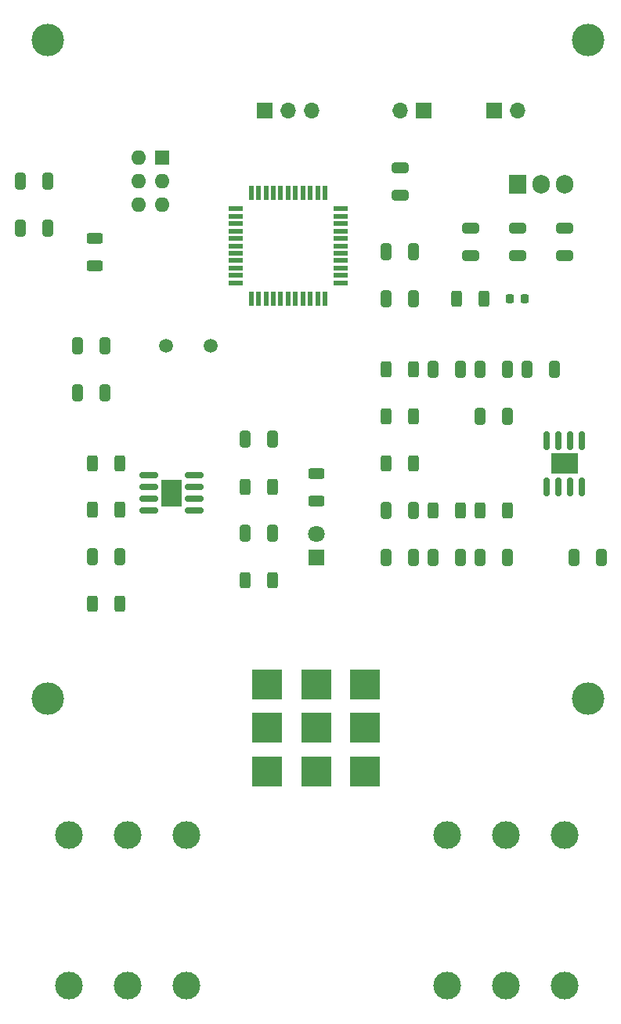
<source format=gbr>
%TF.GenerationSoftware,KiCad,Pcbnew,7.0.8*%
%TF.CreationDate,2023-11-14T18:13:18-08:00*%
%TF.ProjectId,guitar_pedal,67756974-6172-45f7-9065-64616c2e6b69,rev?*%
%TF.SameCoordinates,Original*%
%TF.FileFunction,Soldermask,Top*%
%TF.FilePolarity,Negative*%
%FSLAX46Y46*%
G04 Gerber Fmt 4.6, Leading zero omitted, Abs format (unit mm)*
G04 Created by KiCad (PCBNEW 7.0.8) date 2023-11-14 18:13:18*
%MOMM*%
%LPD*%
G01*
G04 APERTURE LIST*
G04 Aperture macros list*
%AMRoundRect*
0 Rectangle with rounded corners*
0 $1 Rounding radius*
0 $2 $3 $4 $5 $6 $7 $8 $9 X,Y pos of 4 corners*
0 Add a 4 corners polygon primitive as box body*
4,1,4,$2,$3,$4,$5,$6,$7,$8,$9,$2,$3,0*
0 Add four circle primitives for the rounded corners*
1,1,$1+$1,$2,$3*
1,1,$1+$1,$4,$5*
1,1,$1+$1,$6,$7*
1,1,$1+$1,$8,$9*
0 Add four rect primitives between the rounded corners*
20,1,$1+$1,$2,$3,$4,$5,0*
20,1,$1+$1,$4,$5,$6,$7,0*
20,1,$1+$1,$6,$7,$8,$9,0*
20,1,$1+$1,$8,$9,$2,$3,0*%
G04 Aperture macros list end*
%ADD10RoundRect,0.250000X0.312500X0.625000X-0.312500X0.625000X-0.312500X-0.625000X0.312500X-0.625000X0*%
%ADD11RoundRect,0.250000X0.325000X0.650000X-0.325000X0.650000X-0.325000X-0.650000X0.325000X-0.650000X0*%
%ADD12RoundRect,0.250000X-0.325000X-0.650000X0.325000X-0.650000X0.325000X0.650000X-0.325000X0.650000X0*%
%ADD13RoundRect,0.250000X-0.650000X0.325000X-0.650000X-0.325000X0.650000X-0.325000X0.650000X0.325000X0*%
%ADD14RoundRect,0.250000X-0.625000X0.312500X-0.625000X-0.312500X0.625000X-0.312500X0.625000X0.312500X0*%
%ADD15R,1.905000X2.000000*%
%ADD16O,1.905000X2.000000*%
%ADD17R,1.800000X1.800000*%
%ADD18C,1.800000*%
%ADD19C,3.000000*%
%ADD20RoundRect,0.250000X-0.312500X-0.625000X0.312500X-0.625000X0.312500X0.625000X-0.312500X0.625000X0*%
%ADD21C,1.500000*%
%ADD22RoundRect,0.218750X0.218750X0.256250X-0.218750X0.256250X-0.218750X-0.256250X0.218750X-0.256250X0*%
%ADD23O,1.600000X1.600000*%
%ADD24R,1.600000X1.600000*%
%ADD25RoundRect,0.250000X0.625000X-0.312500X0.625000X0.312500X-0.625000X0.312500X-0.625000X-0.312500X0*%
%ADD26RoundRect,0.250000X0.650000X-0.325000X0.650000X0.325000X-0.650000X0.325000X-0.650000X-0.325000X0*%
%ADD27R,1.700000X1.700000*%
%ADD28O,1.700000X1.700000*%
%ADD29C,3.500000*%
%ADD30RoundRect,0.150000X-0.825000X-0.150000X0.825000X-0.150000X0.825000X0.150000X-0.825000X0.150000X0*%
%ADD31R,2.290000X3.000000*%
%ADD32RoundRect,0.150000X0.150000X-0.825000X0.150000X0.825000X-0.150000X0.825000X-0.150000X-0.825000X0*%
%ADD33R,3.000000X2.290000*%
%ADD34R,3.302000X3.302000*%
%ADD35R,1.500000X0.550000*%
%ADD36R,0.550000X1.500000*%
G04 APERTURE END LIST*
D10*
%TO.C,R5*%
X137365000Y-93865000D03*
X134440000Y-93865000D03*
%TD*%
D11*
%TO.C,C5*%
X135775000Y-81240000D03*
X132825000Y-81240000D03*
%TD*%
D12*
%TO.C,C7*%
X134427500Y-98945000D03*
X137377500Y-98945000D03*
%TD*%
D13*
%TO.C,C3*%
X180340000Y-63500000D03*
X180340000Y-66450000D03*
%TD*%
D14*
%TO.C,R11*%
X158580000Y-89977500D03*
X158580000Y-92902500D03*
%TD*%
D10*
%TO.C,R3*%
X153862500Y-91440000D03*
X150937500Y-91440000D03*
%TD*%
D15*
%TO.C,U2*%
X180340000Y-58745000D03*
D16*
X182880000Y-58745000D03*
X185420000Y-58745000D03*
%TD*%
D17*
%TO.C,D2*%
X158580000Y-99060000D03*
D18*
X158580000Y-96520000D03*
%TD*%
D10*
%TO.C,R8*%
X169102500Y-78740000D03*
X166177500Y-78740000D03*
%TD*%
D19*
%TO.C,J2*%
X179070000Y-145275000D03*
X179070000Y-129045000D03*
X172720000Y-145275000D03*
X172720000Y-129045000D03*
X185420000Y-145275000D03*
X185420000Y-129045000D03*
%TD*%
D11*
%TO.C,C10*%
X169115000Y-93980000D03*
X166165000Y-93980000D03*
%TD*%
D13*
%TO.C,C1*%
X175260000Y-63500000D03*
X175260000Y-66450000D03*
%TD*%
D12*
%TO.C,C16*%
X126590000Y-63500000D03*
X129540000Y-63500000D03*
%TD*%
D10*
%TO.C,R7*%
X169102500Y-88900000D03*
X166177500Y-88900000D03*
%TD*%
D20*
%TO.C,R2*%
X150937500Y-101485000D03*
X153862500Y-101485000D03*
%TD*%
D21*
%TO.C,Y1*%
X142330000Y-76160000D03*
X147210000Y-76160000D03*
%TD*%
D22*
%TO.C,D1*%
X181127500Y-71120000D03*
X179552500Y-71120000D03*
%TD*%
D11*
%TO.C,C14*%
X174195000Y-78740000D03*
X171245000Y-78740000D03*
%TD*%
D23*
%TO.C,J3*%
X139380000Y-55880000D03*
D24*
X141920000Y-55880000D03*
D23*
X139380000Y-58420000D03*
X141920000Y-58420000D03*
X139380000Y-60960000D03*
X141920000Y-60960000D03*
%TD*%
D10*
%TO.C,R4*%
X137365000Y-104025000D03*
X134440000Y-104025000D03*
%TD*%
D25*
%TO.C,R12*%
X134620000Y-67502500D03*
X134620000Y-64577500D03*
%TD*%
D11*
%TO.C,C11*%
X179275000Y-99060000D03*
X176325000Y-99060000D03*
%TD*%
D26*
%TO.C,C15*%
X167640000Y-59895000D03*
X167640000Y-56945000D03*
%TD*%
D27*
%TO.C,RV1*%
X153020000Y-50800000D03*
D28*
X155560000Y-50800000D03*
X158100000Y-50800000D03*
%TD*%
D11*
%TO.C,C17*%
X129540000Y-58420000D03*
X126590000Y-58420000D03*
%TD*%
%TO.C,C13*%
X179275000Y-83820000D03*
X176325000Y-83820000D03*
%TD*%
D29*
%TO.C,REF\u002A\u002A*%
X187960000Y-114300000D03*
%TD*%
D30*
%TO.C,U3*%
X140477500Y-90170000D03*
X140477500Y-91440000D03*
X140477500Y-92710000D03*
X140477500Y-93980000D03*
X145427500Y-93980000D03*
X145427500Y-92710000D03*
X145427500Y-91440000D03*
X145427500Y-90170000D03*
D31*
X142952500Y-92075000D03*
%TD*%
D11*
%TO.C,C12*%
X189435000Y-99060000D03*
X186485000Y-99060000D03*
%TD*%
%TO.C,C8*%
X153875000Y-96405000D03*
X150925000Y-96405000D03*
%TD*%
D12*
%TO.C,C2*%
X166165000Y-66040000D03*
X169115000Y-66040000D03*
%TD*%
D32*
%TO.C,U4*%
X183515000Y-91375000D03*
X184785000Y-91375000D03*
X186055000Y-91375000D03*
X187325000Y-91375000D03*
X187325000Y-86425000D03*
X186055000Y-86425000D03*
X184785000Y-86425000D03*
X183515000Y-86425000D03*
D33*
X185420000Y-88900000D03*
%TD*%
D11*
%TO.C,C22*%
X169115000Y-99060000D03*
X166165000Y-99060000D03*
%TD*%
D27*
%TO.C,BT1*%
X170180000Y-50800000D03*
D28*
X167640000Y-50800000D03*
%TD*%
D12*
%TO.C,C9*%
X150925000Y-86245000D03*
X153875000Y-86245000D03*
%TD*%
D20*
%TO.C,R6*%
X134440000Y-88900000D03*
X137365000Y-88900000D03*
%TD*%
D34*
%TO.C,SW2*%
X153280000Y-112720000D03*
X158580000Y-112720000D03*
X163880000Y-112720000D03*
X153280000Y-117420000D03*
X158580000Y-117420000D03*
X163880000Y-117420000D03*
X153280000Y-122120000D03*
X158580000Y-122120000D03*
X163880000Y-122120000D03*
%TD*%
D11*
%TO.C,C6*%
X135775000Y-76160000D03*
X132825000Y-76160000D03*
%TD*%
D29*
%TO.C,REF\u002A\u002A*%
X187960000Y-43180000D03*
%TD*%
%TO.C,REF\u002A\u002A*%
X129540000Y-43180000D03*
%TD*%
D10*
%TO.C,R10*%
X179262500Y-93980000D03*
X176337500Y-93980000D03*
%TD*%
D27*
%TO.C,SW1*%
X177800000Y-50800000D03*
D28*
X180340000Y-50800000D03*
%TD*%
D26*
%TO.C,C18*%
X185420000Y-66450000D03*
X185420000Y-63500000D03*
%TD*%
D11*
%TO.C,C20*%
X179275000Y-78740000D03*
X176325000Y-78740000D03*
%TD*%
%TO.C,C19*%
X174195000Y-99060000D03*
X171245000Y-99060000D03*
%TD*%
D10*
%TO.C,R9*%
X174182500Y-93980000D03*
X171257500Y-93980000D03*
%TD*%
D19*
%TO.C,J1*%
X138250000Y-129045000D03*
X138250000Y-145275000D03*
X144600000Y-129045000D03*
X144600000Y-145275000D03*
X131900000Y-129045000D03*
X131900000Y-145275000D03*
%TD*%
D35*
%TO.C,U1*%
X149860000Y-61380000D03*
X149860000Y-62180000D03*
X149860000Y-62980000D03*
X149860000Y-63780000D03*
X149860000Y-64580000D03*
X149860000Y-65380000D03*
X149860000Y-66180000D03*
X149860000Y-66980000D03*
X149860000Y-67780000D03*
X149860000Y-68580000D03*
X149860000Y-69380000D03*
D36*
X151560000Y-71080000D03*
X152360000Y-71080000D03*
X153160000Y-71080000D03*
X153960000Y-71080000D03*
X154760000Y-71080000D03*
X155560000Y-71080000D03*
X156360000Y-71080000D03*
X157160000Y-71080000D03*
X157960000Y-71080000D03*
X158760000Y-71080000D03*
X159560000Y-71080000D03*
D35*
X161260000Y-69380000D03*
X161260000Y-68580000D03*
X161260000Y-67780000D03*
X161260000Y-66980000D03*
X161260000Y-66180000D03*
X161260000Y-65380000D03*
X161260000Y-64580000D03*
X161260000Y-63780000D03*
X161260000Y-62980000D03*
X161260000Y-62180000D03*
X161260000Y-61380000D03*
D36*
X159560000Y-59680000D03*
X158760000Y-59680000D03*
X157960000Y-59680000D03*
X157160000Y-59680000D03*
X156360000Y-59680000D03*
X155560000Y-59680000D03*
X154760000Y-59680000D03*
X153960000Y-59680000D03*
X153160000Y-59680000D03*
X152360000Y-59680000D03*
X151560000Y-59680000D03*
%TD*%
D20*
%TO.C,R1*%
X173797500Y-71120000D03*
X176722500Y-71120000D03*
%TD*%
D29*
%TO.C,REF\u002A\u002A*%
X129540000Y-114300000D03*
%TD*%
D10*
%TO.C,R13*%
X169102500Y-83820000D03*
X166177500Y-83820000D03*
%TD*%
D11*
%TO.C,C21*%
X184355000Y-78740000D03*
X181405000Y-78740000D03*
%TD*%
D12*
%TO.C,C4*%
X166165000Y-71120000D03*
X169115000Y-71120000D03*
%TD*%
M02*

</source>
